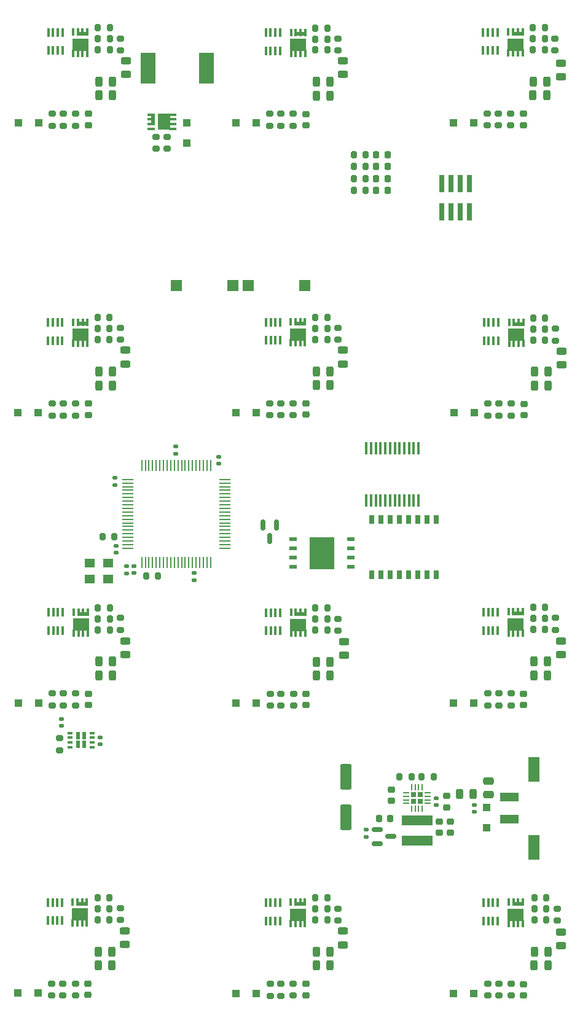
<source format=gtp>
G04 #@! TF.GenerationSoftware,KiCad,Pcbnew,6.0.11-2627ca5db0~126~ubuntu20.04.1*
G04 #@! TF.CreationDate,2023-03-15T01:56:03+01:00*
G04 #@! TF.ProjectId,IOB_V4,494f425f-5634-42e6-9b69-6361645f7063,rev?*
G04 #@! TF.SameCoordinates,Original*
G04 #@! TF.FileFunction,Paste,Top*
G04 #@! TF.FilePolarity,Positive*
%FSLAX46Y46*%
G04 Gerber Fmt 4.6, Leading zero omitted, Abs format (unit mm)*
G04 Created by KiCad (PCBNEW 6.0.11-2627ca5db0~126~ubuntu20.04.1) date 2023-03-15 01:56:03*
%MOMM*%
%LPD*%
G01*
G04 APERTURE LIST*
G04 Aperture macros list*
%AMRoundRect*
0 Rectangle with rounded corners*
0 $1 Rounding radius*
0 $2 $3 $4 $5 $6 $7 $8 $9 X,Y pos of 4 corners*
0 Add a 4 corners polygon primitive as box body*
4,1,4,$2,$3,$4,$5,$6,$7,$8,$9,$2,$3,0*
0 Add four circle primitives for the rounded corners*
1,1,$1+$1,$2,$3*
1,1,$1+$1,$4,$5*
1,1,$1+$1,$6,$7*
1,1,$1+$1,$8,$9*
0 Add four rect primitives between the rounded corners*
20,1,$1+$1,$2,$3,$4,$5,0*
20,1,$1+$1,$4,$5,$6,$7,0*
20,1,$1+$1,$6,$7,$8,$9,0*
20,1,$1+$1,$8,$9,$2,$3,0*%
G04 Aperture macros list end*
%ADD10RoundRect,0.243750X-0.456250X0.243750X-0.456250X-0.243750X0.456250X-0.243750X0.456250X0.243750X0*%
%ADD11RoundRect,0.243750X0.243750X0.456250X-0.243750X0.456250X-0.243750X-0.456250X0.243750X-0.456250X0*%
%ADD12RoundRect,0.200000X-0.275000X0.200000X-0.275000X-0.200000X0.275000X-0.200000X0.275000X0.200000X0*%
%ADD13RoundRect,0.140000X-0.170000X0.140000X-0.170000X-0.140000X0.170000X-0.140000X0.170000X0.140000X0*%
%ADD14RoundRect,0.200000X0.275000X-0.200000X0.275000X0.200000X-0.275000X0.200000X-0.275000X-0.200000X0*%
%ADD15RoundRect,0.200000X-0.200000X-0.275000X0.200000X-0.275000X0.200000X0.275000X-0.200000X0.275000X0*%
%ADD16R,0.740000X2.400000*%
%ADD17RoundRect,0.218750X0.218750X0.256250X-0.218750X0.256250X-0.218750X-0.256250X0.218750X-0.256250X0*%
%ADD18RoundRect,0.140000X0.170000X-0.140000X0.170000X0.140000X-0.170000X0.140000X-0.170000X-0.140000X0*%
%ADD19RoundRect,0.200000X0.200000X0.275000X-0.200000X0.275000X-0.200000X-0.275000X0.200000X-0.275000X0*%
%ADD20RoundRect,0.225000X-0.250000X0.225000X-0.250000X-0.225000X0.250000X-0.225000X0.250000X0.225000X0*%
%ADD21R,0.340000X1.000000*%
%ADD22R,1.640000X0.500000*%
%ADD23R,2.290000X1.710000*%
%ADD24R,1.000000X0.500000*%
%ADD25R,3.500000X4.500000*%
%ADD26R,1.100000X1.100000*%
%ADD27RoundRect,0.150000X-0.150000X0.587500X-0.150000X-0.587500X0.150000X-0.587500X0.150000X0.587500X0*%
%ADD28R,0.450000X1.200000*%
%ADD29R,2.000000X4.200000*%
%ADD30RoundRect,0.250000X0.550000X-1.500000X0.550000X1.500000X-0.550000X1.500000X-0.550000X-1.500000X0*%
%ADD31RoundRect,0.225000X0.250000X-0.225000X0.250000X0.225000X-0.250000X0.225000X-0.250000X-0.225000X0*%
%ADD32RoundRect,0.225000X0.225000X0.250000X-0.225000X0.250000X-0.225000X-0.250000X0.225000X-0.250000X0*%
%ADD33R,0.760000X1.270000*%
%ADD34RoundRect,0.150000X-0.587500X-0.150000X0.587500X-0.150000X0.587500X0.150000X-0.587500X0.150000X0*%
%ADD35RoundRect,0.250000X0.475000X-0.250000X0.475000X0.250000X-0.475000X0.250000X-0.475000X-0.250000X0*%
%ADD36R,1.000000X0.340000*%
%ADD37R,0.500000X1.640000*%
%ADD38R,1.710000X2.290000*%
%ADD39R,2.540000X1.270000*%
%ADD40R,1.650000X3.430000*%
%ADD41R,4.200000X1.400000*%
%ADD42R,0.450000X1.750000*%
%ADD43R,0.600000X1.000000*%
%ADD44R,0.650000X0.350000*%
%ADD45RoundRect,0.190000X0.190000X0.190000X-0.190000X0.190000X-0.190000X-0.190000X0.190000X-0.190000X0*%
%ADD46RoundRect,0.062500X0.325000X0.062500X-0.325000X0.062500X-0.325000X-0.062500X0.325000X-0.062500X0*%
%ADD47RoundRect,0.062500X0.062500X0.325000X-0.062500X0.325000X-0.062500X-0.325000X0.062500X-0.325000X0*%
%ADD48R,1.500000X1.500000*%
%ADD49R,1.400000X1.200000*%
%ADD50RoundRect,0.062500X0.062500X-0.675000X0.062500X0.675000X-0.062500X0.675000X-0.062500X-0.675000X0*%
%ADD51RoundRect,0.062500X0.675000X-0.062500X0.675000X0.062500X-0.675000X0.062500X-0.675000X-0.062500X0*%
G04 APERTURE END LIST*
D10*
X148100000Y-37262500D03*
X148100000Y-39137500D03*
X88000000Y-156925000D03*
X88000000Y-158800000D03*
X118100000Y-156962500D03*
X118100000Y-158837500D03*
X148100000Y-157062500D03*
X148100000Y-158937500D03*
X88100000Y-116962500D03*
X88100000Y-118837500D03*
X118200000Y-117062500D03*
X118200000Y-118937500D03*
X148100000Y-116962500D03*
X148100000Y-118837500D03*
X88100000Y-76862500D03*
X88100000Y-78737500D03*
X118100000Y-76862500D03*
X118100000Y-78737500D03*
X148200000Y-76962500D03*
X148200000Y-78837500D03*
X88200000Y-36962500D03*
X88200000Y-38837500D03*
X118100000Y-36962500D03*
X118100000Y-38837500D03*
D11*
X136007500Y-138020000D03*
X134132500Y-138020000D03*
X144262500Y-41720000D03*
X146137500Y-41720000D03*
X146187500Y-39810000D03*
X144312500Y-39810000D03*
X86257500Y-161680000D03*
X84382500Y-161680000D03*
X86257500Y-159775000D03*
X84382500Y-159775000D03*
X116317500Y-161700000D03*
X114442500Y-161700000D03*
X116322500Y-159800000D03*
X114447500Y-159800000D03*
X146317500Y-161700000D03*
X144442500Y-161700000D03*
X146322500Y-159795000D03*
X144447500Y-159795000D03*
X86357500Y-121690000D03*
X84482500Y-121690000D03*
X86357500Y-119750000D03*
X84482500Y-119750000D03*
X116317500Y-121720000D03*
X114442500Y-121720000D03*
X116317500Y-119820000D03*
X114442500Y-119820000D03*
X146297500Y-121670000D03*
X144422500Y-121670000D03*
X146297500Y-119770000D03*
X144422500Y-119770000D03*
X86307500Y-81710000D03*
X84432500Y-81710000D03*
X86317500Y-79810000D03*
X84442500Y-79810000D03*
X116297500Y-81670000D03*
X114422500Y-81670000D03*
X116307500Y-79770000D03*
X114432500Y-79770000D03*
X146347500Y-81720000D03*
X144472500Y-81720000D03*
X146347500Y-79820000D03*
X144472500Y-79820000D03*
X86317500Y-41720000D03*
X84442500Y-41720000D03*
X86317500Y-39820000D03*
X84442500Y-39820000D03*
X116292500Y-41755000D03*
X114417500Y-41755000D03*
X116297500Y-39850000D03*
X114422500Y-39850000D03*
D12*
X147300000Y-33875000D03*
X147300000Y-35525000D03*
X87400000Y-153775000D03*
X87400000Y-155425000D03*
X117400000Y-153875000D03*
X117400000Y-155525000D03*
X147600000Y-153875000D03*
X147600000Y-155525000D03*
X87400000Y-113775000D03*
X87400000Y-115425000D03*
X117400000Y-113875000D03*
X117400000Y-115525000D03*
X147400000Y-113775000D03*
X147400000Y-115425000D03*
X87400000Y-73775000D03*
X87400000Y-75425000D03*
X117400000Y-73775000D03*
X117400000Y-75425000D03*
X147400000Y-73875000D03*
X147400000Y-75525000D03*
X87400000Y-35525000D03*
X87400000Y-33875000D03*
X117400000Y-33875000D03*
X117400000Y-35525000D03*
D13*
X88300000Y-106650000D03*
X88300000Y-107610000D03*
D14*
X137970000Y-45875000D03*
X137970000Y-44225000D03*
D15*
X114295000Y-155410000D03*
X115945000Y-155410000D03*
D16*
X131670000Y-57750000D03*
X131670000Y-53850000D03*
X132940000Y-57750000D03*
X132940000Y-53850000D03*
X134210000Y-57750000D03*
X134210000Y-53850000D03*
X135480000Y-57750000D03*
X135480000Y-53850000D03*
D17*
X124237500Y-54800000D03*
X122662500Y-54800000D03*
D18*
X86800000Y-104760000D03*
X86800000Y-103800000D03*
D19*
X127525000Y-135650000D03*
X125875000Y-135650000D03*
D20*
X82980000Y-84225000D03*
X82980000Y-85775000D03*
D14*
X79490000Y-165835000D03*
X79490000Y-164185000D03*
X109530000Y-85805000D03*
X109530000Y-84155000D03*
D12*
X81280000Y-124185000D03*
X81280000Y-125835000D03*
D14*
X77970000Y-165835000D03*
X77970000Y-164185000D03*
D21*
X112235000Y-112990000D03*
X112885000Y-112990000D03*
X111585000Y-112990000D03*
D22*
X112235000Y-113240000D03*
D21*
X110935000Y-112990000D03*
X112885000Y-115890000D03*
X111585000Y-115890000D03*
X110935000Y-115890000D03*
D23*
X111910000Y-114735000D03*
D21*
X112235000Y-115890000D03*
D17*
X124237500Y-51550000D03*
X122662500Y-51550000D03*
D14*
X79550000Y-45885000D03*
X79550000Y-44235000D03*
D15*
X144315000Y-72400000D03*
X145965000Y-72400000D03*
D24*
X119200000Y-106735000D03*
X119200000Y-105465000D03*
X119200000Y-104195000D03*
X119200000Y-102925000D03*
X111200000Y-102925000D03*
X111200000Y-104195000D03*
X111200000Y-105465000D03*
X111200000Y-106735000D03*
D25*
X115200000Y-104830000D03*
D19*
X85975000Y-33940000D03*
X84325000Y-33940000D03*
D12*
X111210000Y-84175000D03*
X111210000Y-85825000D03*
D19*
X145925000Y-113860000D03*
X144275000Y-113860000D03*
D20*
X82990000Y-44275000D03*
X82990000Y-45825000D03*
D12*
X141280000Y-84235000D03*
X141280000Y-85885000D03*
D26*
X136132500Y-165530000D03*
X133332500Y-165530000D03*
D27*
X108930000Y-100922500D03*
X107030000Y-100922500D03*
X107980000Y-102797500D03*
D22*
X112215000Y-33265000D03*
D21*
X112215000Y-33015000D03*
X111565000Y-33015000D03*
X112865000Y-33015000D03*
X110915000Y-33015000D03*
D23*
X111890000Y-34760000D03*
D21*
X110915000Y-35915000D03*
X112215000Y-35915000D03*
X112865000Y-35915000D03*
X111565000Y-35915000D03*
D14*
X139540000Y-125815000D03*
X139540000Y-124165000D03*
X108040000Y-165865000D03*
X108040000Y-164215000D03*
D26*
X136080000Y-45480000D03*
X133280000Y-45480000D03*
D18*
X121275000Y-143955000D03*
X121275000Y-142995000D03*
D15*
X84325000Y-32420000D03*
X85975000Y-32420000D03*
X114275000Y-72360000D03*
X115925000Y-72360000D03*
D12*
X141260000Y-164205000D03*
X141260000Y-165855000D03*
D15*
X114295000Y-112390000D03*
X115945000Y-112390000D03*
D14*
X138050000Y-85885000D03*
X138050000Y-84235000D03*
D15*
X84945000Y-102530000D03*
X86595000Y-102530000D03*
D28*
X107485000Y-115540000D03*
X108135000Y-115540000D03*
X108785000Y-115540000D03*
X109435000Y-115540000D03*
X109435000Y-113040000D03*
X108785000Y-113040000D03*
X108135000Y-113040000D03*
X107485000Y-113040000D03*
D12*
X111250000Y-164205000D03*
X111250000Y-165855000D03*
D18*
X95040000Y-91100000D03*
X95040000Y-90140000D03*
X84600000Y-131205000D03*
X84600000Y-130245000D03*
D19*
X85925000Y-73890000D03*
X84275000Y-73890000D03*
D29*
X91250000Y-38000000D03*
X99250000Y-38000000D03*
D21*
X141575000Y-152970000D03*
X142225000Y-152970000D03*
D22*
X142225000Y-153220000D03*
D21*
X142875000Y-152970000D03*
X140925000Y-152970000D03*
X142225000Y-155870000D03*
X140925000Y-155870000D03*
X142875000Y-155870000D03*
X141575000Y-155870000D03*
D23*
X141900000Y-154715000D03*
D19*
X145895000Y-33910000D03*
X144245000Y-33910000D03*
D15*
X119575000Y-53175000D03*
X121225000Y-53175000D03*
D30*
X118500000Y-141250000D03*
X118500000Y-135650000D03*
D15*
X144245000Y-32390000D03*
X145895000Y-32390000D03*
D31*
X132350000Y-139875000D03*
X132350000Y-138325000D03*
D26*
X136170000Y-85500000D03*
X133370000Y-85500000D03*
D21*
X112855000Y-152970000D03*
D22*
X112205000Y-153220000D03*
D21*
X112205000Y-152970000D03*
X111555000Y-152970000D03*
X110905000Y-152970000D03*
X112205000Y-155870000D03*
D23*
X111880000Y-154715000D03*
D21*
X111555000Y-155870000D03*
X112855000Y-155870000D03*
X110905000Y-155870000D03*
D14*
X78020000Y-45885000D03*
X78020000Y-44235000D03*
D32*
X124575000Y-141400000D03*
X123025000Y-141400000D03*
D14*
X138020000Y-125815000D03*
X138020000Y-124165000D03*
X79000000Y-132025000D03*
X79000000Y-130375000D03*
D15*
X84315000Y-112360000D03*
X85965000Y-112360000D03*
X114295000Y-152370000D03*
X115945000Y-152370000D03*
D14*
X92320000Y-49065000D03*
X92320000Y-47415000D03*
D21*
X82855000Y-33000000D03*
D22*
X82205000Y-33250000D03*
D21*
X82205000Y-33000000D03*
X81555000Y-33000000D03*
X80905000Y-33000000D03*
X82205000Y-35900000D03*
D23*
X81880000Y-34745000D03*
D21*
X81555000Y-35900000D03*
X82855000Y-35900000D03*
X80905000Y-35900000D03*
D20*
X82920000Y-164205000D03*
X82920000Y-165755000D03*
D28*
X77425000Y-155500000D03*
X78075000Y-155500000D03*
X78725000Y-155500000D03*
X79375000Y-155500000D03*
X79375000Y-153000000D03*
X78725000Y-153000000D03*
X78075000Y-153000000D03*
X77425000Y-153000000D03*
D19*
X115945000Y-153890000D03*
X114295000Y-153890000D03*
X115945000Y-113910000D03*
X114295000Y-113910000D03*
D14*
X109500000Y-45905000D03*
X109500000Y-44255000D03*
D20*
X112960000Y-84195000D03*
X112960000Y-85745000D03*
D28*
X107455000Y-155530000D03*
X108105000Y-155530000D03*
X108755000Y-155530000D03*
X109405000Y-155530000D03*
X109405000Y-153030000D03*
X108755000Y-153030000D03*
X108105000Y-153030000D03*
X107455000Y-153030000D03*
D33*
X122065000Y-107860000D03*
X123335000Y-107860000D03*
X124605000Y-107860000D03*
X125875000Y-107860000D03*
X127145000Y-107860000D03*
X128415000Y-107860000D03*
X129685000Y-107860000D03*
X130955000Y-107860000D03*
X130955000Y-100240000D03*
X129685000Y-100240000D03*
X128415000Y-100240000D03*
X127145000Y-100240000D03*
X125875000Y-100240000D03*
X124605000Y-100240000D03*
X123335000Y-100240000D03*
X122065000Y-100240000D03*
D15*
X114295000Y-115430000D03*
X115945000Y-115430000D03*
D21*
X112205000Y-72950000D03*
X112855000Y-72950000D03*
X111555000Y-72950000D03*
D22*
X112205000Y-73200000D03*
D21*
X110905000Y-72950000D03*
X112855000Y-75850000D03*
X112205000Y-75850000D03*
X110905000Y-75850000D03*
D23*
X111880000Y-74695000D03*
D21*
X111555000Y-75850000D03*
D15*
X84275000Y-155400000D03*
X85925000Y-155400000D03*
D14*
X139490000Y-45875000D03*
X139490000Y-44225000D03*
D15*
X119575000Y-51550000D03*
X121225000Y-51550000D03*
D19*
X115945000Y-33950000D03*
X114295000Y-33950000D03*
D34*
X122812500Y-142975000D03*
X122812500Y-144875000D03*
X124687500Y-143925000D03*
D15*
X119580000Y-49915000D03*
X121230000Y-49915000D03*
D28*
X77515000Y-115510000D03*
X78165000Y-115510000D03*
X78815000Y-115510000D03*
X79465000Y-115510000D03*
X79465000Y-113010000D03*
X78815000Y-113010000D03*
X78165000Y-113010000D03*
X77515000Y-113010000D03*
D14*
X108040000Y-125875000D03*
X108040000Y-124225000D03*
D15*
X84325000Y-35460000D03*
X85975000Y-35460000D03*
D20*
X142960000Y-44275000D03*
X142960000Y-45825000D03*
D35*
X138100000Y-138125000D03*
X138100000Y-136225000D03*
D15*
X144315000Y-75440000D03*
X145965000Y-75440000D03*
X144275000Y-115380000D03*
X145925000Y-115380000D03*
D12*
X81230000Y-84215000D03*
X81230000Y-85865000D03*
D28*
X107475000Y-75490000D03*
X108125000Y-75490000D03*
X108775000Y-75490000D03*
X109425000Y-75490000D03*
X109425000Y-72990000D03*
X108775000Y-72990000D03*
X108125000Y-72990000D03*
X107475000Y-72990000D03*
D26*
X136092500Y-125490000D03*
X133292500Y-125490000D03*
D15*
X114295000Y-35470000D03*
X115945000Y-35470000D03*
D26*
X106142500Y-165520000D03*
X103342500Y-165520000D03*
X106152500Y-125540000D03*
X103352500Y-125540000D03*
D36*
X91695000Y-45035000D03*
X91695000Y-44385000D03*
D37*
X91945000Y-45035000D03*
D36*
X91695000Y-45685000D03*
X91695000Y-46335000D03*
X94595000Y-45685000D03*
X94595000Y-44385000D03*
X94595000Y-46335000D03*
D38*
X93440000Y-45360000D03*
D36*
X94595000Y-45035000D03*
D17*
X124237500Y-53175000D03*
X122662500Y-53175000D03*
D12*
X141220000Y-44225000D03*
X141220000Y-45875000D03*
D19*
X85925000Y-153880000D03*
X84275000Y-153880000D03*
D28*
X77445000Y-75520000D03*
X78095000Y-75520000D03*
X78745000Y-75520000D03*
X79395000Y-75520000D03*
X79395000Y-73020000D03*
X78745000Y-73020000D03*
X78095000Y-73020000D03*
X77445000Y-73020000D03*
X137515000Y-75540000D03*
X138165000Y-75540000D03*
X138815000Y-75540000D03*
X139465000Y-75540000D03*
X139465000Y-73040000D03*
X138815000Y-73040000D03*
X138165000Y-73040000D03*
X137515000Y-73040000D03*
D14*
X109560000Y-165865000D03*
X109560000Y-164215000D03*
D12*
X141230000Y-124185000D03*
X141230000Y-125835000D03*
D14*
X78060000Y-125845000D03*
X78060000Y-124195000D03*
X139550000Y-165855000D03*
X139550000Y-164205000D03*
D39*
X140980000Y-138500000D03*
X140980000Y-141500000D03*
D40*
X144400000Y-134615000D03*
X144400000Y-145385000D03*
D21*
X82885000Y-72980000D03*
X82235000Y-72980000D03*
D22*
X82235000Y-73230000D03*
D21*
X81585000Y-72980000D03*
X80935000Y-72980000D03*
X82885000Y-75880000D03*
X81585000Y-75880000D03*
X80935000Y-75880000D03*
X82235000Y-75880000D03*
D23*
X81910000Y-74725000D03*
D12*
X81240000Y-44235000D03*
X81240000Y-45885000D03*
D18*
X79300000Y-128680000D03*
X79300000Y-127720000D03*
D41*
X128275000Y-141650000D03*
X128275000Y-144450000D03*
D14*
X78040000Y-85865000D03*
X78040000Y-84215000D03*
D31*
X124725000Y-138975000D03*
X124725000Y-137425000D03*
D20*
X143010000Y-84285000D03*
X143010000Y-85835000D03*
D42*
X128475000Y-90380000D03*
X127825000Y-90380000D03*
X127175000Y-90380000D03*
X126525000Y-90380000D03*
X125875000Y-90380000D03*
X125225000Y-90380000D03*
X124575000Y-90380000D03*
X123925000Y-90380000D03*
X123275000Y-90380000D03*
X122625000Y-90380000D03*
X121975000Y-90380000D03*
X121325000Y-90380000D03*
X121325000Y-97580000D03*
X121975000Y-97580000D03*
X122625000Y-97580000D03*
X123275000Y-97580000D03*
X123925000Y-97580000D03*
X124575000Y-97580000D03*
X125225000Y-97580000D03*
X125875000Y-97580000D03*
X126525000Y-97580000D03*
X127175000Y-97580000D03*
X127825000Y-97580000D03*
X128475000Y-97580000D03*
D14*
X79560000Y-85865000D03*
X79560000Y-84215000D03*
D15*
X144445000Y-155420000D03*
X146095000Y-155420000D03*
X114285000Y-32430000D03*
X115935000Y-32430000D03*
D43*
X82387500Y-130000000D03*
X81612500Y-131200000D03*
X81612500Y-130000000D03*
X82387500Y-131200000D03*
D44*
X83550000Y-131575000D03*
X83550000Y-130925000D03*
X83550000Y-130275000D03*
X83550000Y-129625000D03*
X80450000Y-129625000D03*
X80450000Y-130275000D03*
X80450000Y-130925000D03*
X80450000Y-131575000D03*
D45*
X127835000Y-138160000D03*
X128715000Y-139040000D03*
X127835000Y-139040000D03*
X128715000Y-138160000D03*
D46*
X129737500Y-139350000D03*
X129737500Y-138850000D03*
X129737500Y-138350000D03*
X129737500Y-137850000D03*
D47*
X129025000Y-137137500D03*
X128525000Y-137137500D03*
X128025000Y-137137500D03*
X127525000Y-137137500D03*
D46*
X126812500Y-137850000D03*
X126812500Y-138350000D03*
X126812500Y-138850000D03*
X126812500Y-139350000D03*
D47*
X127525000Y-140062500D03*
X128025000Y-140062500D03*
X128525000Y-140062500D03*
X129025000Y-140062500D03*
D26*
X76080000Y-165510000D03*
X73280000Y-165510000D03*
D19*
X145965000Y-73920000D03*
X144315000Y-73920000D03*
D12*
X111280000Y-124235000D03*
X111280000Y-125885000D03*
D15*
X144275000Y-112340000D03*
X145925000Y-112340000D03*
D18*
X100960000Y-92500000D03*
X100960000Y-91540000D03*
D15*
X128925000Y-135650000D03*
X130575000Y-135650000D03*
D26*
X96550000Y-45500000D03*
X96550000Y-48300000D03*
D28*
X137415000Y-35550000D03*
X138065000Y-35550000D03*
X138715000Y-35550000D03*
X139365000Y-35550000D03*
X139365000Y-33050000D03*
X138715000Y-33050000D03*
X138065000Y-33050000D03*
X137415000Y-33050000D03*
D20*
X112990000Y-164235000D03*
X112990000Y-165785000D03*
D19*
X85965000Y-113880000D03*
X84315000Y-113880000D03*
D28*
X77475000Y-35540000D03*
X78125000Y-35540000D03*
X78775000Y-35540000D03*
X79425000Y-35540000D03*
X79425000Y-33040000D03*
X78775000Y-33040000D03*
X78125000Y-33040000D03*
X77475000Y-33040000D03*
D19*
X115925000Y-73880000D03*
X114275000Y-73880000D03*
D28*
X137465000Y-155540000D03*
X138115000Y-155540000D03*
X138765000Y-155540000D03*
X139415000Y-155540000D03*
X139415000Y-153040000D03*
X138765000Y-153040000D03*
X138115000Y-153040000D03*
X137465000Y-153040000D03*
D20*
X83030000Y-124245000D03*
X83030000Y-125795000D03*
D13*
X89310000Y-106640000D03*
X89310000Y-107600000D03*
D14*
X108010000Y-85805000D03*
X108010000Y-84155000D03*
D26*
X76180000Y-125510000D03*
X73380000Y-125510000D03*
D18*
X130975000Y-139580000D03*
X130975000Y-138620000D03*
D15*
X144245000Y-35430000D03*
X145895000Y-35430000D03*
X114275000Y-75400000D03*
X115925000Y-75400000D03*
D48*
X102950000Y-67920000D03*
X95150000Y-67920000D03*
D26*
X76160000Y-45520000D03*
X73360000Y-45520000D03*
D21*
X141625000Y-72995000D03*
D22*
X142275000Y-73245000D03*
D21*
X142925000Y-72995000D03*
X142275000Y-72995000D03*
X140975000Y-72995000D03*
D23*
X141950000Y-74740000D03*
D21*
X141625000Y-75895000D03*
X142275000Y-75895000D03*
X142925000Y-75895000D03*
X140975000Y-75895000D03*
D26*
X106130000Y-85480000D03*
X103330000Y-85480000D03*
D12*
X93870000Y-47415000D03*
X93870000Y-49065000D03*
D13*
X136150000Y-139570000D03*
X136150000Y-140530000D03*
D14*
X79580000Y-125845000D03*
X79580000Y-124195000D03*
D21*
X142185000Y-32980000D03*
D22*
X142185000Y-33230000D03*
D21*
X141535000Y-32980000D03*
X142835000Y-32980000D03*
X140885000Y-32980000D03*
X141535000Y-35880000D03*
X142185000Y-35880000D03*
X142835000Y-35880000D03*
X140885000Y-35880000D03*
D23*
X141860000Y-34725000D03*
D49*
X83210000Y-108440000D03*
X85750000Y-108440000D03*
X85750000Y-106240000D03*
X83210000Y-106240000D03*
D20*
X131325000Y-141825000D03*
X131325000Y-143375000D03*
D28*
X137445000Y-115490000D03*
X138095000Y-115490000D03*
X138745000Y-115490000D03*
X139395000Y-115490000D03*
X139395000Y-112990000D03*
X138745000Y-112990000D03*
X138095000Y-112990000D03*
X137445000Y-112990000D03*
D21*
X142855000Y-112940000D03*
X142205000Y-112940000D03*
D22*
X142205000Y-113190000D03*
D21*
X141555000Y-112940000D03*
X140905000Y-112940000D03*
D23*
X141880000Y-114685000D03*
D21*
X142855000Y-115840000D03*
X140905000Y-115840000D03*
X141555000Y-115840000D03*
X142205000Y-115840000D03*
D20*
X142990000Y-164265000D03*
X142990000Y-165815000D03*
D14*
X109560000Y-125875000D03*
X109560000Y-124225000D03*
D15*
X144445000Y-152380000D03*
X146095000Y-152380000D03*
D20*
X112950000Y-44295000D03*
X112950000Y-45845000D03*
D17*
X124237500Y-49925000D03*
X122662500Y-49925000D03*
D15*
X84275000Y-75410000D03*
X85925000Y-75410000D03*
D26*
X137900000Y-139875000D03*
X137900000Y-142675000D03*
D14*
X138030000Y-165855000D03*
X138030000Y-164205000D03*
D26*
X106110000Y-45530000D03*
X103310000Y-45530000D03*
D14*
X107980000Y-45905000D03*
X107980000Y-44255000D03*
D20*
X112980000Y-124255000D03*
X112980000Y-125805000D03*
X132875000Y-141825000D03*
X132875000Y-143375000D03*
D18*
X86670000Y-95430000D03*
X86670000Y-94470000D03*
D20*
X142960000Y-124205000D03*
X142960000Y-125755000D03*
D14*
X139570000Y-85885000D03*
X139570000Y-84235000D03*
D15*
X119575000Y-54800000D03*
X121225000Y-54800000D03*
D50*
X90350000Y-106107500D03*
X90850000Y-106107500D03*
X91350000Y-106107500D03*
X91850000Y-106107500D03*
X92350000Y-106107500D03*
X92850000Y-106107500D03*
X93350000Y-106107500D03*
X93850000Y-106107500D03*
X94350000Y-106107500D03*
X94850000Y-106107500D03*
X95350000Y-106107500D03*
X95850000Y-106107500D03*
X96350000Y-106107500D03*
X96850000Y-106107500D03*
X97350000Y-106107500D03*
X97850000Y-106107500D03*
X98350000Y-106107500D03*
X98850000Y-106107500D03*
X99350000Y-106107500D03*
X99850000Y-106107500D03*
D51*
X101787500Y-104170000D03*
X101787500Y-103670000D03*
X101787500Y-103170000D03*
X101787500Y-102670000D03*
X101787500Y-102170000D03*
X101787500Y-101670000D03*
X101787500Y-101170000D03*
X101787500Y-100670000D03*
X101787500Y-100170000D03*
X101787500Y-99670000D03*
X101787500Y-99170000D03*
X101787500Y-98670000D03*
X101787500Y-98170000D03*
X101787500Y-97670000D03*
X101787500Y-97170000D03*
X101787500Y-96670000D03*
X101787500Y-96170000D03*
X101787500Y-95670000D03*
X101787500Y-95170000D03*
X101787500Y-94670000D03*
D50*
X99850000Y-92732500D03*
X99350000Y-92732500D03*
X98850000Y-92732500D03*
X98350000Y-92732500D03*
X97850000Y-92732500D03*
X97350000Y-92732500D03*
X96850000Y-92732500D03*
X96350000Y-92732500D03*
X95850000Y-92732500D03*
X95350000Y-92732500D03*
X94850000Y-92732500D03*
X94350000Y-92732500D03*
X93850000Y-92732500D03*
X93350000Y-92732500D03*
X92850000Y-92732500D03*
X92350000Y-92732500D03*
X91850000Y-92732500D03*
X91350000Y-92732500D03*
X90850000Y-92732500D03*
X90350000Y-92732500D03*
D51*
X88412500Y-94670000D03*
X88412500Y-95170000D03*
X88412500Y-95670000D03*
X88412500Y-96170000D03*
X88412500Y-96670000D03*
X88412500Y-97170000D03*
X88412500Y-97670000D03*
X88412500Y-98170000D03*
X88412500Y-98670000D03*
X88412500Y-99170000D03*
X88412500Y-99670000D03*
X88412500Y-100170000D03*
X88412500Y-100670000D03*
X88412500Y-101170000D03*
X88412500Y-101670000D03*
X88412500Y-102170000D03*
X88412500Y-102670000D03*
X88412500Y-103170000D03*
X88412500Y-103670000D03*
X88412500Y-104170000D03*
D21*
X81495000Y-152935000D03*
X82145000Y-152935000D03*
X82795000Y-152935000D03*
D22*
X82145000Y-153185000D03*
D21*
X80845000Y-152935000D03*
D23*
X81820000Y-154680000D03*
D21*
X82795000Y-155835000D03*
X81495000Y-155835000D03*
X82145000Y-155835000D03*
X80845000Y-155835000D03*
X82935000Y-112970000D03*
X81635000Y-112970000D03*
D22*
X82285000Y-113220000D03*
D21*
X82285000Y-112970000D03*
X80985000Y-112970000D03*
X82285000Y-115870000D03*
X80985000Y-115870000D03*
D23*
X81960000Y-114715000D03*
D21*
X81635000Y-115870000D03*
X82935000Y-115870000D03*
D12*
X111220000Y-44265000D03*
X111220000Y-45915000D03*
D19*
X146095000Y-153900000D03*
X144445000Y-153900000D03*
D15*
X84275000Y-152360000D03*
X85925000Y-152360000D03*
D26*
X76100000Y-85480000D03*
X73300000Y-85480000D03*
D28*
X107455000Y-35560000D03*
X108105000Y-35560000D03*
X108755000Y-35560000D03*
X109405000Y-35560000D03*
X109405000Y-33060000D03*
X108755000Y-33060000D03*
X108105000Y-33060000D03*
X107455000Y-33060000D03*
D15*
X90975000Y-107970000D03*
X92625000Y-107970000D03*
D13*
X97610000Y-107580000D03*
X97610000Y-108540000D03*
D12*
X81200000Y-164175000D03*
X81200000Y-165825000D03*
D15*
X84275000Y-72370000D03*
X85925000Y-72370000D03*
D48*
X105050000Y-67920000D03*
X112850000Y-67920000D03*
D15*
X84315000Y-115400000D03*
X85965000Y-115400000D03*
M02*

</source>
